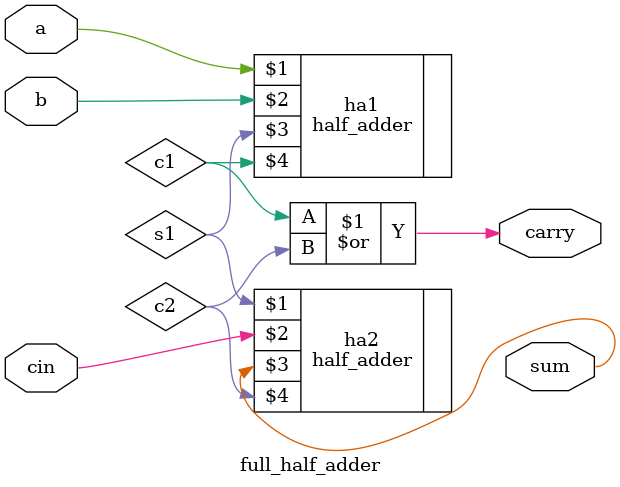
<source format=v>
`timescale 1ns / 1ps

module full_half_adder(
    input a,b,cin,
    output sum,carry
    );
    
    wire s1,c1,c2;
    half_adder ha1(a,b,s1,c1);
    half_adder ha2(s1,cin,sum,c2);
    assign carry = c1|c2;
    
endmodule

</source>
